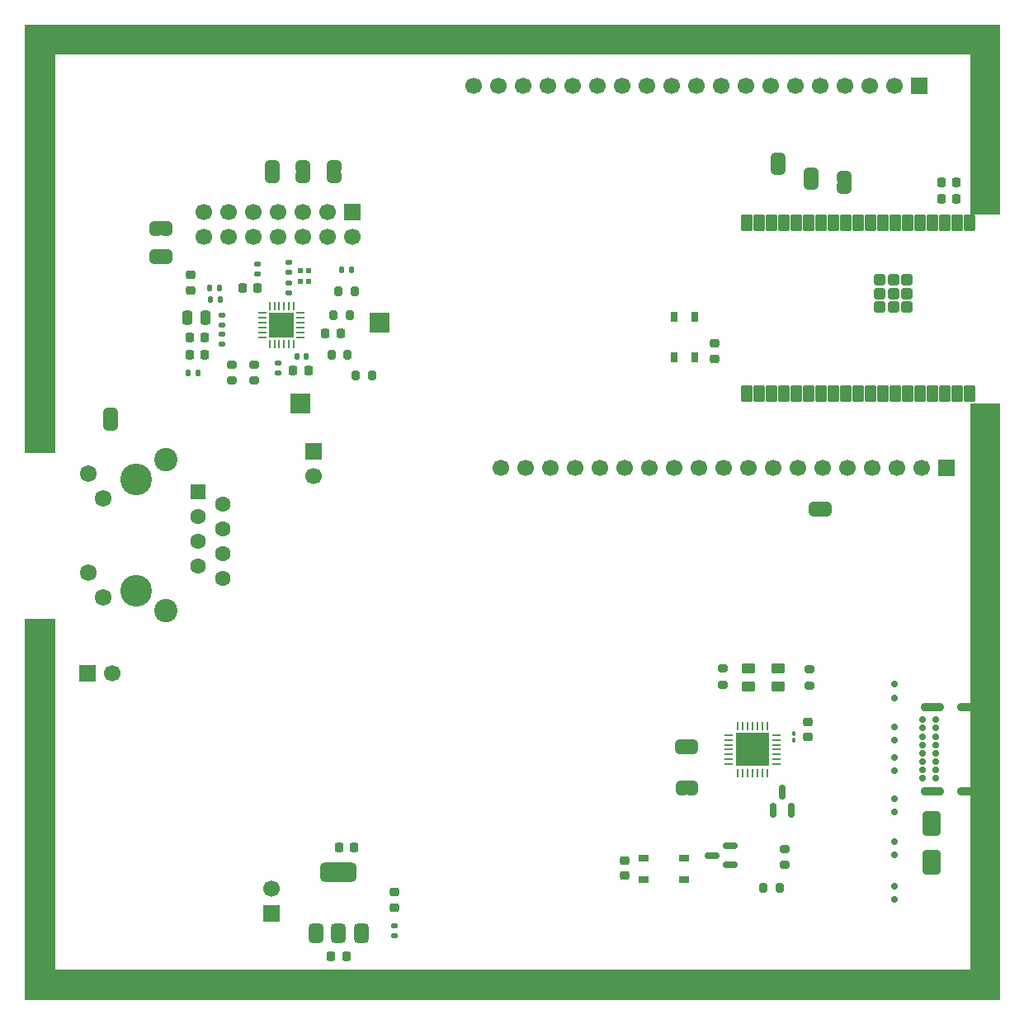
<source format=gbr>
%TF.GenerationSoftware,KiCad,Pcbnew,9.0.4*%
%TF.CreationDate,2025-10-24T14:24:18-07:00*%
%TF.ProjectId,EthernetBoardv1.1,45746865-726e-4657-9442-6f6172647631,rev?*%
%TF.SameCoordinates,Original*%
%TF.FileFunction,Soldermask,Top*%
%TF.FilePolarity,Negative*%
%FSLAX46Y46*%
G04 Gerber Fmt 4.6, Leading zero omitted, Abs format (unit mm)*
G04 Created by KiCad (PCBNEW 9.0.4) date 2025-10-24 14:24:18*
%MOMM*%
%LPD*%
G01*
G04 APERTURE LIST*
G04 Aperture macros list*
%AMRoundRect*
0 Rectangle with rounded corners*
0 $1 Rounding radius*
0 $2 $3 $4 $5 $6 $7 $8 $9 X,Y pos of 4 corners*
0 Add a 4 corners polygon primitive as box body*
4,1,4,$2,$3,$4,$5,$6,$7,$8,$9,$2,$3,0*
0 Add four circle primitives for the rounded corners*
1,1,$1+$1,$2,$3*
1,1,$1+$1,$4,$5*
1,1,$1+$1,$6,$7*
1,1,$1+$1,$8,$9*
0 Add four rect primitives between the rounded corners*
20,1,$1+$1,$2,$3,$4,$5,0*
20,1,$1+$1,$4,$5,$6,$7,0*
20,1,$1+$1,$6,$7,$8,$9,0*
20,1,$1+$1,$8,$9,$2,$3,0*%
%AMFreePoly0*
4,1,23,0.500000,-0.750000,0.000000,-0.750000,0.000000,-0.745722,-0.065263,-0.745722,-0.191342,-0.711940,-0.304381,-0.646677,-0.396677,-0.554381,-0.461940,-0.441342,-0.495722,-0.315263,-0.495722,-0.250000,-0.500000,-0.250000,-0.500000,0.250000,-0.495722,0.250000,-0.495722,0.315263,-0.461940,0.441342,-0.396677,0.554381,-0.304381,0.646677,-0.191342,0.711940,-0.065263,0.745722,0.000000,0.745722,
0.000000,0.750000,0.500000,0.750000,0.500000,-0.750000,0.500000,-0.750000,$1*%
%AMFreePoly1*
4,1,23,0.000000,0.745722,0.065263,0.745722,0.191342,0.711940,0.304381,0.646677,0.396677,0.554381,0.461940,0.441342,0.495722,0.315263,0.495722,0.250000,0.500000,0.250000,0.500000,-0.250000,0.495722,-0.250000,0.495722,-0.315263,0.461940,-0.441342,0.396677,-0.554381,0.304381,-0.646677,0.191342,-0.711940,0.065263,-0.745722,0.000000,-0.745722,0.000000,-0.750000,-0.500000,-0.750000,
-0.500000,0.750000,0.000000,0.750000,0.000000,0.745722,0.000000,0.745722,$1*%
G04 Aperture macros list end*
%ADD10C,0.100000*%
%ADD11FreePoly0,0.000000*%
%ADD12FreePoly1,0.000000*%
%ADD13C,0.700000*%
%ADD14O,2.400000X0.900000*%
%ADD15O,1.700000X0.900000*%
%ADD16RoundRect,0.135000X-0.185000X0.135000X-0.185000X-0.135000X0.185000X-0.135000X0.185000X0.135000X0*%
%ADD17RoundRect,0.200000X-0.200000X-0.275000X0.200000X-0.275000X0.200000X0.275000X-0.200000X0.275000X0*%
%ADD18RoundRect,0.150000X-0.200000X0.150000X-0.200000X-0.150000X0.200000X-0.150000X0.200000X0.150000X0*%
%ADD19RoundRect,0.150000X0.200000X-0.150000X0.200000X0.150000X-0.200000X0.150000X-0.200000X-0.150000X0*%
%ADD20RoundRect,0.135000X0.185000X-0.135000X0.185000X0.135000X-0.185000X0.135000X-0.185000X-0.135000X0*%
%ADD21RoundRect,0.200000X0.200000X0.275000X-0.200000X0.275000X-0.200000X-0.275000X0.200000X-0.275000X0*%
%ADD22RoundRect,0.102000X-0.450000X0.750000X-0.450000X-0.750000X0.450000X-0.750000X0.450000X0.750000X0*%
%ADD23RoundRect,0.102000X-0.450000X0.450000X-0.450000X-0.450000X0.450000X-0.450000X0.450000X0.450000X0*%
%ADD24RoundRect,0.135000X0.135000X0.185000X-0.135000X0.185000X-0.135000X-0.185000X0.135000X-0.185000X0*%
%ADD25RoundRect,0.225000X-0.250000X0.225000X-0.250000X-0.225000X0.250000X-0.225000X0.250000X0.225000X0*%
%ADD26RoundRect,0.100000X0.100000X-0.130000X0.100000X0.130000X-0.100000X0.130000X-0.100000X-0.130000X0*%
%ADD27FreePoly0,270.000000*%
%ADD28FreePoly1,270.000000*%
%ADD29RoundRect,0.225000X-0.225000X-0.250000X0.225000X-0.250000X0.225000X0.250000X-0.225000X0.250000X0*%
%ADD30R,2.000000X2.000000*%
%ADD31RoundRect,0.225000X0.225000X0.250000X-0.225000X0.250000X-0.225000X-0.250000X0.225000X-0.250000X0*%
%ADD32RoundRect,0.375000X0.375000X-0.625000X0.375000X0.625000X-0.375000X0.625000X-0.375000X-0.625000X0*%
%ADD33RoundRect,0.500000X1.400000X-0.500000X1.400000X0.500000X-1.400000X0.500000X-1.400000X-0.500000X0*%
%ADD34RoundRect,0.250000X0.650000X-1.000000X0.650000X1.000000X-0.650000X1.000000X-0.650000X-1.000000X0*%
%ADD35C,3.250000*%
%ADD36RoundRect,0.248000X0.552000X-0.552000X0.552000X0.552000X-0.552000X0.552000X-0.552000X-0.552000X0*%
%ADD37C,1.600000*%
%ADD38C,1.720000*%
%ADD39C,2.400000*%
%ADD40FreePoly0,180.000000*%
%ADD41FreePoly1,180.000000*%
%ADD42RoundRect,0.200000X-0.275000X0.200000X-0.275000X-0.200000X0.275000X-0.200000X0.275000X0.200000X0*%
%ADD43R,1.700000X1.700000*%
%ADD44C,1.700000*%
%ADD45RoundRect,0.250000X0.250000X0.475000X-0.250000X0.475000X-0.250000X-0.475000X0.250000X-0.475000X0*%
%ADD46FreePoly0,90.000000*%
%ADD47FreePoly1,90.000000*%
%ADD48RoundRect,0.218750X-0.256250X0.218750X-0.256250X-0.218750X0.256250X-0.218750X0.256250X0.218750X0*%
%ADD49RoundRect,0.225000X0.250000X-0.225000X0.250000X0.225000X-0.250000X0.225000X-0.250000X-0.225000X0*%
%ADD50RoundRect,0.200000X0.275000X-0.200000X0.275000X0.200000X-0.275000X0.200000X-0.275000X-0.200000X0*%
%ADD51RoundRect,0.218750X0.256250X-0.218750X0.256250X0.218750X-0.256250X0.218750X-0.256250X-0.218750X0*%
%ADD52RoundRect,0.135000X-0.135000X-0.185000X0.135000X-0.185000X0.135000X0.185000X-0.135000X0.185000X0*%
%ADD53RoundRect,0.250000X-0.450000X0.262500X-0.450000X-0.262500X0.450000X-0.262500X0.450000X0.262500X0*%
%ADD54RoundRect,0.140000X-0.140000X-0.170000X0.140000X-0.170000X0.140000X0.170000X-0.140000X0.170000X0*%
%ADD55RoundRect,0.150000X0.587500X0.150000X-0.587500X0.150000X-0.587500X-0.150000X0.587500X-0.150000X0*%
%ADD56R,0.650000X1.050000*%
%ADD57RoundRect,0.062500X0.062500X-0.375000X0.062500X0.375000X-0.062500X0.375000X-0.062500X-0.375000X0*%
%ADD58RoundRect,0.062500X0.375000X-0.062500X0.375000X0.062500X-0.375000X0.062500X-0.375000X-0.062500X0*%
%ADD59R,2.500000X2.500000*%
%ADD60RoundRect,0.150000X0.150000X-0.587500X0.150000X0.587500X-0.150000X0.587500X-0.150000X-0.587500X0*%
%ADD61R,0.500000X0.600000*%
%ADD62RoundRect,0.062500X0.337500X0.062500X-0.337500X0.062500X-0.337500X-0.062500X0.337500X-0.062500X0*%
%ADD63RoundRect,0.062500X0.062500X0.337500X-0.062500X0.337500X-0.062500X-0.337500X0.062500X-0.337500X0*%
%ADD64R,3.350000X3.350000*%
%ADD65R,1.050000X0.650000*%
G04 APERTURE END LIST*
D10*
X158000000Y-141000000D02*
X58000000Y-141000000D01*
X58000000Y-102000000D01*
X61000000Y-102000000D01*
X61000000Y-138000000D01*
X155000000Y-138000000D01*
X155000000Y-79900000D01*
X158000000Y-79900000D01*
X158000000Y-141000000D01*
G36*
X158000000Y-141000000D02*
G01*
X58000000Y-141000000D01*
X58000000Y-102000000D01*
X61000000Y-102000000D01*
X61000000Y-138000000D01*
X155000000Y-138000000D01*
X155000000Y-79900000D01*
X158000000Y-79900000D01*
X158000000Y-141000000D01*
G37*
X158000000Y-60400000D02*
X155000000Y-60400000D01*
X155000000Y-44000000D01*
X61000000Y-44000000D01*
X61000000Y-84900000D01*
X58000000Y-84900000D01*
X58000000Y-41000000D01*
X158000000Y-41000000D01*
X158000000Y-60400000D01*
G36*
X158000000Y-60400000D02*
G01*
X155000000Y-60400000D01*
X155000000Y-44000000D01*
X61000000Y-44000000D01*
X61000000Y-84900000D01*
X58000000Y-84900000D01*
X58000000Y-41000000D01*
X158000000Y-41000000D01*
X158000000Y-60400000D01*
G37*
%TO.C,R27*%
G36*
X71800000Y-61150000D02*
G01*
X72100000Y-61150000D01*
X72100000Y-62650000D01*
X71800000Y-62650000D01*
X71800000Y-61150000D01*
G37*
%TO.C,R31*%
G36*
X90450000Y-55950000D02*
G01*
X88950000Y-55950000D01*
X88950000Y-56250000D01*
X90450000Y-56250000D01*
X90450000Y-55950000D01*
G37*
%TO.C,R28*%
G36*
X71800000Y-64050000D02*
G01*
X72100000Y-64050000D01*
X72100000Y-65550000D01*
X71800000Y-65550000D01*
X71800000Y-64050000D01*
G37*
%TO.C,R17*%
G36*
X126050000Y-115850000D02*
G01*
X125750000Y-115850000D01*
X125750000Y-114350000D01*
X126050000Y-114350000D01*
X126050000Y-115850000D01*
G37*
%TO.C,R12*%
G36*
X66050000Y-81650000D02*
G01*
X67550000Y-81650000D01*
X67550000Y-81350000D01*
X66050000Y-81350000D01*
X66050000Y-81650000D01*
G37*
%TO.C,R32*%
G36*
X84150000Y-55950000D02*
G01*
X82650000Y-55950000D01*
X82650000Y-56250000D01*
X84150000Y-56250000D01*
X84150000Y-55950000D01*
G37*
%TO.C,R25*%
G36*
X137950000Y-56950000D02*
G01*
X139450000Y-56950000D01*
X139450000Y-56650000D01*
X137950000Y-56650000D01*
X137950000Y-56950000D01*
G37*
%TO.C,R26*%
G36*
X139450000Y-89950000D02*
G01*
X139750000Y-89950000D01*
X139750000Y-91450000D01*
X139450000Y-91450000D01*
X139450000Y-89950000D01*
G37*
%TO.C,R30*%
G36*
X87300000Y-55950000D02*
G01*
X85800000Y-55950000D01*
X85800000Y-56250000D01*
X87300000Y-56250000D01*
X87300000Y-55950000D01*
G37*
%TO.C,R24*%
G36*
X141350000Y-57350000D02*
G01*
X142850000Y-57350000D01*
X142850000Y-57050000D01*
X141350000Y-57050000D01*
X141350000Y-57350000D01*
G37*
%TO.C,R16*%
G36*
X126100000Y-120050000D02*
G01*
X125800000Y-120050000D01*
X125800000Y-118550000D01*
X126100000Y-118550000D01*
X126100000Y-120050000D01*
G37*
%TO.C,R29*%
G36*
X134550000Y-55450000D02*
G01*
X136050000Y-55450000D01*
X136050000Y-55150000D01*
X134550000Y-55150000D01*
X134550000Y-55450000D01*
G37*
%TD*%
D11*
%TO.C,R27*%
X71300000Y-61900000D03*
D12*
X72600000Y-61900000D03*
%TD*%
D13*
%TO.C,J5*%
X150140000Y-118300000D03*
X150140000Y-117450000D03*
X150140000Y-116600000D03*
X150140000Y-115750000D03*
X150140000Y-114900000D03*
X150140000Y-114050000D03*
X150140000Y-113200000D03*
X150140000Y-112350000D03*
X151490000Y-112350000D03*
X151490000Y-113200000D03*
X151490000Y-114050000D03*
X151490000Y-114900000D03*
X151490000Y-115750000D03*
X151490000Y-116600000D03*
X151490000Y-117450000D03*
X151490000Y-118300000D03*
D14*
X151120000Y-119650000D03*
D15*
X154500000Y-119650000D03*
D14*
X151120000Y-111000000D03*
D15*
X154500000Y-111000000D03*
%TD*%
D16*
%TO.C,R6*%
X78200000Y-70790000D03*
X78200000Y-71810000D03*
%TD*%
D17*
%TO.C,R4*%
X90175000Y-68400000D03*
X91825000Y-68400000D03*
%TD*%
D18*
%TO.C,D6*%
X147200000Y-117600000D03*
X147200000Y-116200000D03*
%TD*%
D19*
%TO.C,D3*%
X147200000Y-129400000D03*
X147200000Y-130800000D03*
%TD*%
D20*
%TO.C,R22*%
X85100000Y-68510000D03*
X85100000Y-67490000D03*
%TD*%
D21*
%TO.C,R1*%
X91125000Y-74900000D03*
X89475000Y-74900000D03*
%TD*%
D22*
%TO.C,U5*%
X154900000Y-61350000D03*
X153630000Y-61350000D03*
X152360000Y-61350000D03*
X151090000Y-61350000D03*
X149820000Y-61350000D03*
X148550000Y-61350000D03*
X147280000Y-61350000D03*
X146010000Y-61350000D03*
X144740000Y-61350000D03*
X143470000Y-61350000D03*
X142200000Y-61350000D03*
X140930000Y-61350000D03*
X139660000Y-61350000D03*
X138390000Y-61350000D03*
X137120000Y-61350000D03*
X135850000Y-61350000D03*
X134580000Y-61350000D03*
X133310000Y-61350000D03*
X132040000Y-61350000D03*
X132040000Y-78850000D03*
X133310000Y-78850000D03*
X134580000Y-78850000D03*
X135850000Y-78850000D03*
X137120000Y-78850000D03*
X138390000Y-78850000D03*
X139660000Y-78850000D03*
X140930000Y-78850000D03*
X142200000Y-78850000D03*
X143470000Y-78850000D03*
X144740000Y-78850000D03*
X146010000Y-78850000D03*
X147280000Y-78850000D03*
X148550000Y-78850000D03*
X149820000Y-78850000D03*
X151090000Y-78850000D03*
X152360000Y-78850000D03*
X153630000Y-78850000D03*
X154900000Y-78850000D03*
D23*
X148500000Y-67200000D03*
X148500000Y-68600000D03*
X148500000Y-70000000D03*
X147100000Y-67200000D03*
X147100000Y-68600000D03*
X147100000Y-70000000D03*
X145700000Y-67200000D03*
X145700000Y-68600000D03*
X145700000Y-70000000D03*
%TD*%
D24*
%TO.C,R10*%
X75760000Y-76750000D03*
X74740000Y-76750000D03*
%TD*%
D25*
%TO.C,C1*%
X128800000Y-73725000D03*
X128800000Y-75275000D03*
%TD*%
D26*
%TO.C,C14*%
X136900000Y-114420000D03*
X136900000Y-113780000D03*
%TD*%
D17*
%TO.C,R3*%
X89675000Y-70800000D03*
X91325000Y-70800000D03*
%TD*%
D27*
%TO.C,R31*%
X89700000Y-55450000D03*
D28*
X89700000Y-56750000D03*
%TD*%
D29*
%TO.C,C7*%
X88825000Y-72700000D03*
X90375000Y-72700000D03*
%TD*%
D30*
%TO.C,TP2*%
X94400000Y-71600000D03*
%TD*%
D31*
%TO.C,C8*%
X81875000Y-68000000D03*
X80325000Y-68000000D03*
%TD*%
D32*
%TO.C,U3*%
X87900000Y-134250000D03*
X90200000Y-134250000D03*
D33*
X90200000Y-127950000D03*
D32*
X92500000Y-134250000D03*
%TD*%
D34*
%TO.C,D2*%
X151000000Y-127000000D03*
X151000000Y-123000000D03*
%TD*%
D31*
%TO.C,C9*%
X76475000Y-73100000D03*
X74925000Y-73100000D03*
%TD*%
%TO.C,C12*%
X153575000Y-58900000D03*
X152025000Y-58900000D03*
%TD*%
D11*
%TO.C,R28*%
X71300000Y-64800000D03*
D12*
X72600000Y-64800000D03*
%TD*%
D19*
%TO.C,D4*%
X147200000Y-113054000D03*
X147200000Y-114454000D03*
%TD*%
D35*
%TO.C,J1*%
X69400000Y-87700000D03*
X69400000Y-99130000D03*
D36*
X75750000Y-88970000D03*
D37*
X78290000Y-90240000D03*
X75750000Y-91510000D03*
X78290000Y-92780000D03*
X75750000Y-94050000D03*
X78290000Y-95320000D03*
X75750000Y-96590000D03*
X78290000Y-97860000D03*
D38*
X64500000Y-87090000D03*
X66020000Y-89630000D03*
X64500000Y-97200000D03*
X66020000Y-99740000D03*
D39*
X72450000Y-85670000D03*
X72450000Y-101160000D03*
%TD*%
D40*
%TO.C,R17*%
X126550000Y-115100000D03*
D41*
X125250000Y-115100000D03*
%TD*%
D42*
%TO.C,R11*%
X79200000Y-75875000D03*
X79200000Y-77525000D03*
%TD*%
D43*
%TO.C,J7*%
X87600000Y-84800000D03*
D44*
X87600000Y-87340000D03*
%TD*%
D45*
%TO.C,C11*%
X76550000Y-71100000D03*
X74650000Y-71100000D03*
%TD*%
D46*
%TO.C,R12*%
X66800000Y-82150000D03*
D47*
X66800000Y-80850000D03*
%TD*%
D16*
%TO.C,R21*%
X84000000Y-75740000D03*
X84000000Y-76760000D03*
%TD*%
D18*
%TO.C,D1*%
X147200000Y-126200000D03*
X147200000Y-124800000D03*
%TD*%
D29*
%TO.C,C5*%
X85525000Y-76500000D03*
X87075000Y-76500000D03*
%TD*%
D19*
%TO.C,D7*%
X147200000Y-120400000D03*
X147200000Y-121800000D03*
%TD*%
D48*
%TO.C,D8*%
X95900000Y-130012500D03*
X95900000Y-131587500D03*
%TD*%
D49*
%TO.C,C15*%
X138300000Y-114075000D03*
X138300000Y-112525000D03*
%TD*%
D50*
%TO.C,R15*%
X136000000Y-127225000D03*
X136000000Y-125575000D03*
%TD*%
D16*
%TO.C,R23*%
X85100000Y-65390000D03*
X85100000Y-66410000D03*
%TD*%
D51*
%TO.C,L1*%
X75000000Y-68287500D03*
X75000000Y-66712500D03*
%TD*%
D52*
%TO.C,R19*%
X90490000Y-66200000D03*
X91510000Y-66200000D03*
%TD*%
D53*
%TO.C,R33*%
X135300000Y-107087500D03*
X135300000Y-108912500D03*
%TD*%
D27*
%TO.C,R32*%
X83400000Y-55450000D03*
D28*
X83400000Y-56750000D03*
%TD*%
D50*
%TO.C,R13*%
X129600000Y-108725000D03*
X129600000Y-107075000D03*
%TD*%
D54*
%TO.C,C6*%
X85920000Y-75100000D03*
X86880000Y-75100000D03*
%TD*%
D53*
%TO.C,R35*%
X132200000Y-107087500D03*
X132200000Y-108912500D03*
%TD*%
D43*
%TO.C,J4*%
X91640000Y-60200000D03*
D44*
X91640000Y-62740000D03*
X89100000Y-60200000D03*
X89100000Y-62740000D03*
X86560000Y-60200000D03*
X86560000Y-62740000D03*
X84020000Y-60200000D03*
X84020000Y-62740000D03*
X81480000Y-60200000D03*
X81480000Y-62740000D03*
X78940000Y-60200000D03*
X78940000Y-62740000D03*
X76400000Y-60200000D03*
X76400000Y-62740000D03*
%TD*%
D43*
%TO.C,J9*%
X64425000Y-107600000D03*
D44*
X66965000Y-107600000D03*
%TD*%
D42*
%TO.C,R5*%
X81500000Y-75875000D03*
X81500000Y-77525000D03*
%TD*%
D55*
%TO.C,Q1*%
X130400000Y-127200000D03*
X130400000Y-125300000D03*
X128525000Y-126250000D03*
%TD*%
D46*
%TO.C,R25*%
X138700000Y-57450000D03*
D47*
X138700000Y-56150000D03*
%TD*%
D56*
%TO.C,SW1*%
X124625000Y-75175000D03*
X124625000Y-71025000D03*
X126775000Y-75175000D03*
X126775000Y-71025000D03*
%TD*%
D49*
%TO.C,C2*%
X119525000Y-128300000D03*
X119525000Y-126750000D03*
%TD*%
D57*
%TO.C,U1*%
X83100000Y-73775000D03*
X83600000Y-73775000D03*
X84100000Y-73775000D03*
X84600000Y-73775000D03*
X85100000Y-73775000D03*
X85600000Y-73775000D03*
D58*
X86287500Y-73087500D03*
X86287500Y-72587500D03*
X86287500Y-72087500D03*
X86287500Y-71587500D03*
X86287500Y-71087500D03*
X86287500Y-70587500D03*
D57*
X85600000Y-69900000D03*
X85100000Y-69900000D03*
X84600000Y-69900000D03*
X84100000Y-69900000D03*
X83600000Y-69900000D03*
X83100000Y-69900000D03*
D58*
X82412500Y-70587500D03*
X82412500Y-71087500D03*
X82412500Y-71587500D03*
X82412500Y-72087500D03*
X82412500Y-72587500D03*
X82412500Y-73087500D03*
D59*
X84350000Y-71837500D03*
%TD*%
D20*
%TO.C,R18*%
X95900000Y-134520000D03*
X95900000Y-133500000D03*
%TD*%
D11*
%TO.C,R26*%
X138950000Y-90700000D03*
D12*
X140250000Y-90700000D03*
%TD*%
D43*
%TO.C,J3*%
X152580000Y-86500000D03*
D44*
X150040000Y-86500000D03*
X147500000Y-86500000D03*
X144960000Y-86500000D03*
X142420000Y-86500000D03*
X139880000Y-86500000D03*
X137340000Y-86500000D03*
X134800000Y-86500000D03*
X132260000Y-86500000D03*
X129720000Y-86500000D03*
X127180000Y-86500000D03*
X124640000Y-86500000D03*
X122100000Y-86500000D03*
X119560000Y-86500000D03*
X117020000Y-86500000D03*
X114480000Y-86500000D03*
X111940000Y-86500000D03*
X109400000Y-86500000D03*
X106860000Y-86500000D03*
%TD*%
D60*
%TO.C,Q2*%
X134750000Y-121637500D03*
X136650000Y-121637500D03*
X135700000Y-119762500D03*
%TD*%
D43*
%TO.C,J2*%
X149740000Y-47300000D03*
D44*
X147200000Y-47300000D03*
X144660000Y-47300000D03*
X142120000Y-47300000D03*
X139580000Y-47300000D03*
X137040000Y-47300000D03*
X134500000Y-47300000D03*
X131960000Y-47300000D03*
X129420000Y-47300000D03*
X126880000Y-47300000D03*
X124340000Y-47300000D03*
X121800000Y-47300000D03*
X119260000Y-47300000D03*
X116720000Y-47300000D03*
X114180000Y-47300000D03*
X111640000Y-47300000D03*
X109100000Y-47300000D03*
X106560000Y-47300000D03*
X104020000Y-47300000D03*
%TD*%
D29*
%TO.C,C4*%
X90225000Y-125400000D03*
X91775000Y-125400000D03*
%TD*%
D30*
%TO.C,TP1*%
X86300000Y-79900000D03*
%TD*%
D27*
%TO.C,R30*%
X86550000Y-55450000D03*
D28*
X86550000Y-56750000D03*
%TD*%
D46*
%TO.C,R24*%
X142100000Y-57850000D03*
D47*
X142100000Y-56550000D03*
%TD*%
D52*
%TO.C,R9*%
X77000000Y-69250000D03*
X78020000Y-69250000D03*
%TD*%
D20*
%TO.C,R7*%
X78200000Y-73820000D03*
X78200000Y-72800000D03*
%TD*%
D61*
%TO.C,Y1*%
X87100000Y-67350000D03*
X87100000Y-66250000D03*
X86300000Y-66250000D03*
X86300000Y-67350000D03*
%TD*%
D42*
%TO.C,R34*%
X138500000Y-107175000D03*
X138500000Y-108825000D03*
%TD*%
D40*
%TO.C,R16*%
X126600000Y-119300000D03*
D41*
X125300000Y-119300000D03*
%TD*%
D18*
%TO.C,D5*%
X147200000Y-110100000D03*
X147200000Y-108700000D03*
%TD*%
D43*
%TO.C,J6*%
X83300000Y-132175000D03*
D44*
X83300000Y-129635000D03*
%TD*%
D62*
%TO.C,U4*%
X135100000Y-116900000D03*
X135100000Y-116400000D03*
X135100000Y-115900000D03*
X135100000Y-115400000D03*
X135100000Y-114900000D03*
X135100000Y-114400000D03*
X135100000Y-113900000D03*
D63*
X134150000Y-112950000D03*
X133650000Y-112950000D03*
X133150000Y-112950000D03*
X132650000Y-112950000D03*
X132150000Y-112950000D03*
X131650000Y-112950000D03*
X131150000Y-112950000D03*
D62*
X130200000Y-113900000D03*
X130200000Y-114400000D03*
X130200000Y-114900000D03*
X130200000Y-115400000D03*
X130200000Y-115900000D03*
X130200000Y-116400000D03*
X130200000Y-116900000D03*
D63*
X131150000Y-117850000D03*
X131650000Y-117850000D03*
X132150000Y-117850000D03*
X132650000Y-117850000D03*
X133150000Y-117850000D03*
X133650000Y-117850000D03*
X134150000Y-117850000D03*
D64*
X132650000Y-115400000D03*
%TD*%
D21*
%TO.C,R14*%
X135425000Y-129600000D03*
X133775000Y-129600000D03*
%TD*%
D31*
%TO.C,C13*%
X153575000Y-57200000D03*
X152025000Y-57200000D03*
%TD*%
%TO.C,C3*%
X90975000Y-136600000D03*
X89425000Y-136600000D03*
%TD*%
D17*
%TO.C,R2*%
X91975000Y-77000000D03*
X93625000Y-77000000D03*
%TD*%
D46*
%TO.C,R29*%
X135300000Y-55950000D03*
D47*
X135300000Y-54650000D03*
%TD*%
D31*
%TO.C,C10*%
X76475000Y-74900000D03*
X74925000Y-74900000D03*
%TD*%
D65*
%TO.C,SW2*%
X125600000Y-128700000D03*
X121450000Y-128700000D03*
X125600000Y-126550000D03*
X121450000Y-126550000D03*
%TD*%
D52*
%TO.C,R8*%
X76990000Y-68000000D03*
X78010000Y-68000000D03*
%TD*%
D20*
%TO.C,R20*%
X81900000Y-66600000D03*
X81900000Y-65580000D03*
%TD*%
M02*

</source>
